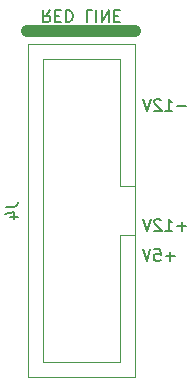
<source format=gbo>
%TF.GenerationSoftware,KiCad,Pcbnew,9.0.3*%
%TF.CreationDate,2026-01-03T20:08:18+00:00*%
%TF.ProjectId,input-panel,696e7075-742d-4706-916e-656c2e6b6963,rev?*%
%TF.SameCoordinates,Original*%
%TF.FileFunction,Legend,Bot*%
%TF.FilePolarity,Positive*%
%FSLAX46Y46*%
G04 Gerber Fmt 4.6, Leading zero omitted, Abs format (unit mm)*
G04 Created by KiCad (PCBNEW 9.0.3) date 2026-01-03 20:08:18*
%MOMM*%
%LPD*%
G01*
G04 APERTURE LIST*
%ADD10C,0.150000*%
%ADD11C,0.120000*%
%ADD12C,1.000000*%
G04 APERTURE END LIST*
D10*
X78612819Y-97779166D02*
X79327104Y-97779166D01*
X79327104Y-97779166D02*
X79469961Y-97731547D01*
X79469961Y-97731547D02*
X79565200Y-97636309D01*
X79565200Y-97636309D02*
X79612819Y-97493452D01*
X79612819Y-97493452D02*
X79612819Y-97398214D01*
X78946152Y-98683928D02*
X79612819Y-98683928D01*
X78565200Y-98445833D02*
X79279485Y-98207738D01*
X79279485Y-98207738D02*
X79279485Y-98826785D01*
X93873904Y-99456366D02*
X93112000Y-99456366D01*
X93492952Y-99837319D02*
X93492952Y-99075414D01*
X92112000Y-99837319D02*
X92683428Y-99837319D01*
X92397714Y-99837319D02*
X92397714Y-98837319D01*
X92397714Y-98837319D02*
X92492952Y-98980176D01*
X92492952Y-98980176D02*
X92588190Y-99075414D01*
X92588190Y-99075414D02*
X92683428Y-99123033D01*
X91731047Y-98932557D02*
X91683428Y-98884938D01*
X91683428Y-98884938D02*
X91588190Y-98837319D01*
X91588190Y-98837319D02*
X91350095Y-98837319D01*
X91350095Y-98837319D02*
X91254857Y-98884938D01*
X91254857Y-98884938D02*
X91207238Y-98932557D01*
X91207238Y-98932557D02*
X91159619Y-99027795D01*
X91159619Y-99027795D02*
X91159619Y-99123033D01*
X91159619Y-99123033D02*
X91207238Y-99265890D01*
X91207238Y-99265890D02*
X91778666Y-99837319D01*
X91778666Y-99837319D02*
X91159619Y-99837319D01*
X90873904Y-98837319D02*
X90540571Y-99837319D01*
X90540571Y-99837319D02*
X90207238Y-98837319D01*
X82357142Y-81147680D02*
X82023809Y-81623871D01*
X81785714Y-81147680D02*
X81785714Y-82147680D01*
X81785714Y-82147680D02*
X82166666Y-82147680D01*
X82166666Y-82147680D02*
X82261904Y-82100061D01*
X82261904Y-82100061D02*
X82309523Y-82052442D01*
X82309523Y-82052442D02*
X82357142Y-81957204D01*
X82357142Y-81957204D02*
X82357142Y-81814347D01*
X82357142Y-81814347D02*
X82309523Y-81719109D01*
X82309523Y-81719109D02*
X82261904Y-81671490D01*
X82261904Y-81671490D02*
X82166666Y-81623871D01*
X82166666Y-81623871D02*
X81785714Y-81623871D01*
X82785714Y-81671490D02*
X83119047Y-81671490D01*
X83261904Y-81147680D02*
X82785714Y-81147680D01*
X82785714Y-81147680D02*
X82785714Y-82147680D01*
X82785714Y-82147680D02*
X83261904Y-82147680D01*
X83690476Y-81147680D02*
X83690476Y-82147680D01*
X83690476Y-82147680D02*
X83928571Y-82147680D01*
X83928571Y-82147680D02*
X84071428Y-82100061D01*
X84071428Y-82100061D02*
X84166666Y-82004823D01*
X84166666Y-82004823D02*
X84214285Y-81909585D01*
X84214285Y-81909585D02*
X84261904Y-81719109D01*
X84261904Y-81719109D02*
X84261904Y-81576252D01*
X84261904Y-81576252D02*
X84214285Y-81385776D01*
X84214285Y-81385776D02*
X84166666Y-81290538D01*
X84166666Y-81290538D02*
X84071428Y-81195300D01*
X84071428Y-81195300D02*
X83928571Y-81147680D01*
X83928571Y-81147680D02*
X83690476Y-81147680D01*
X85928571Y-81147680D02*
X85452381Y-81147680D01*
X85452381Y-81147680D02*
X85452381Y-82147680D01*
X86261905Y-81147680D02*
X86261905Y-82147680D01*
X86738095Y-81147680D02*
X86738095Y-82147680D01*
X86738095Y-82147680D02*
X87309523Y-81147680D01*
X87309523Y-81147680D02*
X87309523Y-82147680D01*
X87785714Y-81671490D02*
X88119047Y-81671490D01*
X88261904Y-81147680D02*
X87785714Y-81147680D01*
X87785714Y-81147680D02*
X87785714Y-82147680D01*
X87785714Y-82147680D02*
X88261904Y-82147680D01*
X93873904Y-89296366D02*
X93112000Y-89296366D01*
X92112000Y-89677319D02*
X92683428Y-89677319D01*
X92397714Y-89677319D02*
X92397714Y-88677319D01*
X92397714Y-88677319D02*
X92492952Y-88820176D01*
X92492952Y-88820176D02*
X92588190Y-88915414D01*
X92588190Y-88915414D02*
X92683428Y-88963033D01*
X91731047Y-88772557D02*
X91683428Y-88724938D01*
X91683428Y-88724938D02*
X91588190Y-88677319D01*
X91588190Y-88677319D02*
X91350095Y-88677319D01*
X91350095Y-88677319D02*
X91254857Y-88724938D01*
X91254857Y-88724938D02*
X91207238Y-88772557D01*
X91207238Y-88772557D02*
X91159619Y-88867795D01*
X91159619Y-88867795D02*
X91159619Y-88963033D01*
X91159619Y-88963033D02*
X91207238Y-89105890D01*
X91207238Y-89105890D02*
X91778666Y-89677319D01*
X91778666Y-89677319D02*
X91159619Y-89677319D01*
X90873904Y-88677319D02*
X90540571Y-89677319D01*
X90540571Y-89677319D02*
X90207238Y-88677319D01*
X92889713Y-101996366D02*
X92127809Y-101996366D01*
X92508761Y-102377319D02*
X92508761Y-101615414D01*
X91175428Y-101377319D02*
X91651618Y-101377319D01*
X91651618Y-101377319D02*
X91699237Y-101853509D01*
X91699237Y-101853509D02*
X91651618Y-101805890D01*
X91651618Y-101805890D02*
X91556380Y-101758271D01*
X91556380Y-101758271D02*
X91318285Y-101758271D01*
X91318285Y-101758271D02*
X91223047Y-101805890D01*
X91223047Y-101805890D02*
X91175428Y-101853509D01*
X91175428Y-101853509D02*
X91127809Y-101948747D01*
X91127809Y-101948747D02*
X91127809Y-102186842D01*
X91127809Y-102186842D02*
X91175428Y-102282080D01*
X91175428Y-102282080D02*
X91223047Y-102329700D01*
X91223047Y-102329700D02*
X91318285Y-102377319D01*
X91318285Y-102377319D02*
X91556380Y-102377319D01*
X91556380Y-102377319D02*
X91651618Y-102329700D01*
X91651618Y-102329700D02*
X91699237Y-102282080D01*
X90842094Y-101377319D02*
X90508761Y-102377319D01*
X90508761Y-102377319D02*
X90175428Y-101377319D01*
D11*
%TO.C,J4*%
X80440000Y-84012500D02*
X80440000Y-112212500D01*
X80440000Y-112212500D02*
X89560000Y-112212500D01*
X81750000Y-85312500D02*
X81750000Y-110912500D01*
X81750000Y-110912500D02*
X88250000Y-110912500D01*
X88250000Y-85312500D02*
X81750000Y-85312500D01*
X88250000Y-96062500D02*
X88250000Y-85312500D01*
X88250000Y-100162500D02*
X88250000Y-100162500D01*
X88250000Y-100162500D02*
X89560000Y-100162500D01*
X88250000Y-110912500D02*
X88250000Y-100162500D01*
X89560000Y-84012500D02*
X80440000Y-84012500D01*
X89560000Y-96062500D02*
X88250000Y-96062500D01*
X89560000Y-112212500D02*
X89560000Y-84012500D01*
D12*
X89572000Y-82872500D02*
X80428000Y-82872500D01*
%TD*%
M02*

</source>
